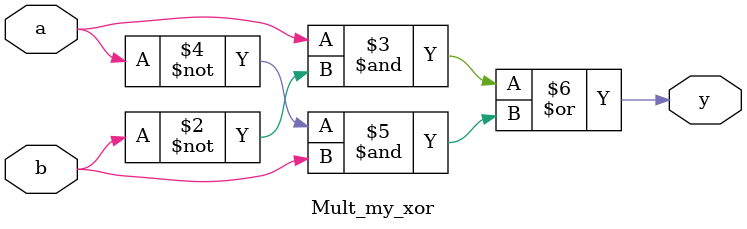
<source format=v>
`timescale 1ns / 1ps


module Mult_my_xor(
input a, b,
output reg y
);

always@(*)
    y <= (a & ~b) | (~a & b);
endmodule

</source>
